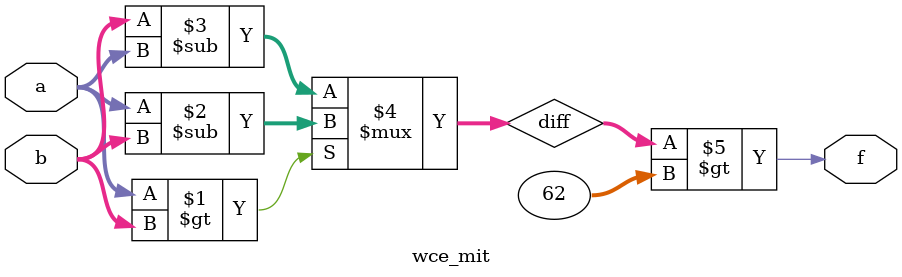
<source format=v>
module wce_mit(a, b, f);
parameter _bit = 8;
parameter wce = 62;
input [_bit - 1: 0] a;
input [_bit - 1: 0] b;
output f;
wire [_bit - 1: 0] diff;
assign diff = (a > b)? (a - b): (b - a);
assign f = (diff > wce);
endmodule

</source>
